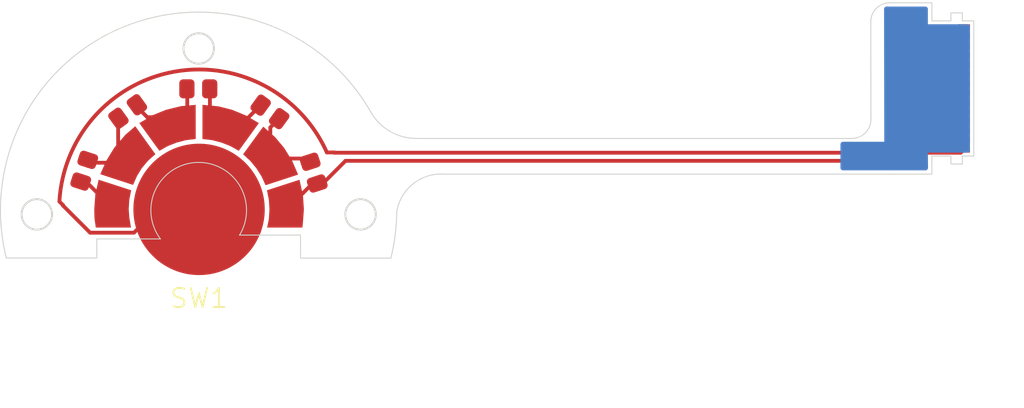
<source format=kicad_pcb>
(kicad_pcb (version 20241229) (generator "pcbnew") (generator_version "9.0")
  (layers (0 "F.Cu" signal) (2 "B.Cu" signal) (13 "F.Paste" user) (15 "B.Paste" user) (5 "F.SilkS" user "F.Silkscreen") (7 "B.SilkS" user "B.Silkscreen") (1 "F.Mask" user) (3 "B.Mask" user) (25 "Edge.Cuts" user))
  (net 0 "")
  (net 1 "Net-(R1-Pad2)")
  (net 2 "Net-(J1-Pin_1)")
  (net 3 "Net-(R2-Pad2)")
  (net 4 "Net-(R3-Pad2)")
  (net 5 "Net-(R4-Pad2)")
  (net 6 "Net-(R5-Pad2)")
  (net 7 "Net-(J1-Pin_2)")
  (footprint "Leica-G9ii:R_2x1mm" (layer "F.Cu") (at 104.77 94.81 -144)
    (property "Reference" "R4" (hide yes))
    (property "Value" "8K")
    (pad "1" smd roundrect (at -0.6 0 216) (size 0.8 1) (layers "F.Cu") (net 4 "Net-(R3-Pad2)"))
    (pad "2" smd roundrect (at 0.6 0 216) (size 0.8 1) (layers "F.Cu") (net 5 "Net-(R4-Pad2)"))
  )
  (footprint "Leica-G9ii:R_2x1mm" (layer "F.Cu") (at 112.24 94.83 144)
    (property "Reference" "R2" (hide yes))
    (property "Value" "2.8K")
    (pad "1" smd roundrect (at -0.6 0 144) (size 0.8 1) (layers "F.Cu") (net 1 "Net-(R1-Pad2)"))
    (pad "2" smd roundrect (at 0.6 0 144) (size 0.8 1) (layers "F.Cu") (net 3 "Net-(R2-Pad2)"))
  )
  (footprint "Leica-G9ii:R_2x1mm" (layer "F.Cu") (at 108.48 93.62 180)
    (property "Reference" "R3" (hide yes))
    (property "Value" "4.8K")
    (pad "1" smd roundrect (at -0.6 0 180) (size 0.8 1) (layers "F.Cu") (net 3 "Net-(R2-Pad2)"))
    (pad "2" smd roundrect (at 0.6 0 180) (size 0.8 1) (layers "F.Cu") (net 4 "Net-(R3-Pad2)"))
  )
  (footprint "Leica-G9ii:R_2x1mm" (layer "F.Cu") (at 102.49 97.92 -108)
    (property "Reference" "R5" (hide yes))
    (property "Value" "R")
    (pad "1" smd roundrect (at -0.6 0 252) (size 0.8 1) (layers "F.Cu") (net 5 "Net-(R4-Pad2)"))
    (pad "2" smd roundrect (at 0.6 0 252) (size 0.8 1) (layers "F.Cu") (net 6 "Net-(R5-Pad2)"))
  )
  (footprint "Leica-G9ii:FPC-2Rows-27Pins-0.5mm" (layer "F.Cu") (at 147 93.6 90)
    (property "Reference" "J1" (hide yes))
    (property "Value" "To PCB")
    (fp_line (start 4.5 0) (end 4.5 -2) (stroke (width 0.05)) (layer "Edge.Cuts"))
    (fp_line (start 3.55 0) (end 4.5 0) (stroke (width 0.05)) (layer "Edge.Cuts"))
    (fp_line (start -4.5 0) (end -4.5 -2) (stroke (width 0.05)) (layer "Edge.Cuts"))
    (fp_line (start -4.5 0) (end -3.55 0) (stroke (width 0.05)) (layer "Edge.Cuts"))
    (fp_line (start 3.55 1) (end 3.55 0) (stroke (width 0.05)) (layer "Edge.Cuts"))
    (fp_line (start 3.55 1) (end 3.97 1) (stroke (width 0.05)) (layer "Edge.Cuts"))
    (fp_line (start -3.55 1) (end -3.55 0) (stroke (width 0.05)) (layer "Edge.Cuts"))
    (fp_line (start -3.97 1) (end -3.55 1) (stroke (width 0.05)) (layer "Edge.Cuts"))
    (fp_line (start 3.97 1.6) (end 3.97 1) (stroke (width 0.05)) (layer "Edge.Cuts"))
    (fp_line (start 3.97 1.6) (end 3.55 1.6) (stroke (width 0.05)) (layer "Edge.Cuts"))
    (fp_line (start -3.97 1.6) (end -3.97 1) (stroke (width 0.05)) (layer "Edge.Cuts"))
    (fp_line (start -3.97 1.6) (end -3.55 1.6) (stroke (width 0.05)) (layer "Edge.Cuts"))
    (fp_line (start 3.55 2.2) (end 3.55 1.6) (stroke (width 0.05)) (layer "Edge.Cuts"))
    (fp_line (start -3.55 2.2) (end -3.55 1.6) (stroke (width 0.05)) (layer "Edge.Cuts"))
    (fp_line (start -3.55 2.2) (end 3.55 2.2) (stroke (width 0.05)) (layer "Edge.Cuts"))
    (pad "1" smd custom (at -3.22 1.67 90) (size 0.3 0.3) (layers "F.Cu" "F.Mask" "F.Paste") (net 2 "Net-(J1-Pin_1)") (clearance 0.07) (options (clearance outline) (anchor rect)) (primitives (gr_poly (pts (xy 0.15 0.33) (xy -0.15 0.33) (xy -0.15 -0.29) (xy -0.07 -0.33) (xy 0.07 -0.33) (xy 0.15 -0.29)) (width 0) (fill yes))))
    (pad "2" smd custom (at -2.972 1 90) (size 0.3 0.3) (layers "F.Cu" "F.Mask" "F.Paste") (net 7 "Net-(J1-Pin_2)") (clearance 0.07) (options (clearance outline) (anchor rect)) (primitives (gr_poly (pts (xy -0.15 -0.23) (xy 0.15 -0.23) (xy 0.15 0.19) (xy 0.07 0.23) (xy -0.07 0.23) (xy -0.15 0.19)) (width 0) (fill yes))))
    (pad "3" smd custom (at -2.724615 1.67 90) (size 0.3 0.3) (layers "F.Cu" "F.Mask" "F.Paste") (clearance 0.07) (options (clearance outline) (anchor rect)) (primitives (gr_poly (pts (xy 0.15 0.33) (xy -0.15 0.33) (xy -0.15 -0.29) (xy -0.07 -0.33) (xy 0.07 -0.33) (xy 0.15 -0.29)) (width 0) (fill yes))))
    (pad "4" smd custom (at -2.476667 1 90) (size 0.3 0.3) (layers "F.Cu" "F.Mask" "F.Paste") (clearance 0.07) (options (clearance outline) (anchor rect)) (primitives (gr_poly (pts (xy -0.15 -0.23) (xy 0.15 -0.23) (xy 0.15 0.19) (xy 0.07 0.23) (xy -0.07 0.23) (xy -0.15 0.19)) (width 0) (fill yes))))
    (pad "5" smd custom (at -2.229231 1.67 90) (size 0.3 0.3) (layers "F.Cu" "F.Mask" "F.Paste") (options (clearance outline) (anchor rect)) (primitives (gr_poly (pts (xy 0.15 0.33) (xy -0.15 0.33) (xy -0.15 -0.29) (xy -0.07 -0.33) (xy 0.07 -0.33) (xy 0.15 -0.29)) (width 0) (fill yes))))
    (pad "6" smd custom (at -1.981333 1 90) (size 0.3 0.3) (layers "F.Cu" "F.Mask" "F.Paste") (clearance 0.1) (options (clearance outline) (anchor rect)) (primitives (gr_poly (pts (xy -0.15 -0.23) (xy 0.15 -0.23) (xy 0.15 0.19) (xy 0.07 0.23) (xy -0.07 0.23) (xy -0.15 0.19)) (width 0) (fill yes))))
    (pad "7" smd custom (at -1.733846 1.67 90) (size 0.3 0.3) (layers "F.Cu" "F.Mask" "F.Paste") (options (clearance outline) (anchor rect)) (primitives (gr_poly (pts (xy 0.15 0.33) (xy -0.15 0.33) (xy -0.15 -0.29) (xy -0.07 -0.33) (xy 0.07 -0.33) (xy 0.15 -0.29)) (width 0) (fill yes))))
    (pad "8" smd custom (at -1.486 1 90) (size 0.3 0.3) (layers "F.Cu" "F.Mask" "F.Paste") (clearance 0.1) (options (clearance outline) (anchor rect)) (primitives (gr_poly (pts (xy -0.15 -0.23) (xy 0.15 -0.23) (xy 0.15 0.19) (xy 0.07 0.23) (xy -0.07 0.23) (xy -0.15 0.19)) (width 0) (fill yes))))
    (pad "9" smd custom (at -1.238462 1.67 90) (size 0.3 0.3) (layers "F.Cu" "F.Mask" "F.Paste") (options (clearance outline) (anchor rect)) (primitives (gr_poly (pts (xy 0.15 0.33) (xy -0.15 0.33) (xy -0.15 -0.29) (xy -0.07 -0.33) (xy 0.07 -0.33) (xy 0.15 -0.29)) (width 0) (fill yes))))
    (pad "10" smd custom (at -0.990667 1 90) (size 0.3 0.3) (layers "F.Cu" "F.Mask" "F.Paste") (clearance 0.1) (options (clearance outline) (anchor rect)) (primitives (gr_poly (pts (xy -0.15 -0.23) (xy 0.15 -0.23) (xy 0.15 0.19) (xy 0.07 0.23) (xy -0.07 0.23) (xy -0.15 0.19)) (width 0) (fill yes))))
    (pad "11" smd custom (at -0.743077 1.67 90) (size 0.3 0.3) (layers "F.Cu" "F.Mask" "F.Paste") (options (clearance outline) (anchor rect)) (primitives (gr_poly (pts (xy 0.15 0.33) (xy -0.15 0.33) (xy -0.15 -0.29) (xy -0.07 -0.33) (xy 0.07 -0.33) (xy 0.15 -0.29)) (width 0) (fill yes))))
    (pad "12" smd custom (at -0.495333 1 90) (size 0.3 0.3) (layers "F.Cu" "F.Mask" "F.Paste") (clearance 0.1) (options (clearance outline) (anchor rect)) (primitives (gr_poly (pts (xy -0.15 -0.23) (xy 0.15 -0.23) (xy 0.15 0.19) (xy 0.07 0.23) (xy -0.07 0.23) (xy -0.15 0.19)) (width 0) (fill yes))))
    (pad "13" smd custom (at -0.247692 1.67 90) (size 0.3 0.3) (layers "F.Cu" "F.Mask" "F.Paste") (options (clearance outline) (anchor rect)) (primitives (gr_poly (pts (xy 0.15 0.33) (xy -0.15 0.33) (xy -0.15 -0.29) (xy -0.07 -0.33) (xy 0.07 -0.33) (xy 0.15 -0.29)) (width 0) (fill yes))))
    (pad "14" smd custom (at 0 1 90) (size 0.3 0.3) (layers "F.Cu" "F.Mask" "F.Paste") (clearance 0.1) (options (clearance outline) (anchor rect)) (primitives (gr_poly (pts (xy -0.15 -0.23) (xy 0.15 -0.23) (xy 0.15 0.19) (xy 0.07 0.23) (xy -0.07 0.23) (xy -0.15 0.19)) (width 0) (fill yes))))
    (pad "15" smd custom (at 0.247692 1.67 90) (size 0.3 0.3) (layers "F.Cu" "F.Mask" "F.Paste") (options (clearance outline) (anchor rect)) (primitives (gr_poly (pts (xy 0.15 0.33) (xy -0.15 0.33) (xy -0.15 -0.29) (xy -0.07 -0.33) (xy 0.07 -0.33) (xy 0.15 -0.29)) (width 0) (fill yes))))
    (pad "16" smd custom (at 0.495333 1 90) (size 0.3 0.3) (layers "F.Cu" "F.Mask" "F.Paste") (clearance 0.1) (options (clearance outline) (anchor rect)) (primitives (gr_poly (pts (xy -0.15 -0.23) (xy 0.15 -0.23) (xy 0.15 0.19) (xy 0.07 0.23) (xy -0.07 0.23) (xy -0.15 0.19)) (width 0) (fill yes))))
    (pad "17" smd custom (at 0.743077 1.67 90) (size 0.3 0.3) (layers "F.Cu" "F.Mask" "F.Paste") (options (clearance outline) (anchor rect)) (primitives (gr_poly (pts (xy 0.15 0.33) (xy -0.15 0.33) (xy -0.15 -0.29) (xy -0.07 -0.33) (xy 0.07 -0.33) (xy 0.15 -0.29)) (width 0) (fill yes))))
    (pad "18" smd custom (at 0.990667 1 90) (size 0.3 0.3) (layers "F.Cu" "F.Mask" "F.Paste") (clearance 0.1) (options (clearance outline) (anchor rect)) (primitives (gr_poly (pts (xy -0.15 -0.23) (xy 0.15 -0.23) (xy 0.15 0.19) (xy 0.07 0.23) (xy -0.07 0.23) (xy -0.15 0.19)) (width 0) (fill yes))))
    (pad "19" smd custom (at 1.238462 1.67 90) (size 0.3 0.3) (layers "F.Cu" "F.Mask" "F.Paste") (options (clearance outline) (anchor rect)) (primitives (gr_poly (pts (xy 0.15 0.33) (xy -0.15 0.33) (xy -0.15 -0.29) (xy -0.07 -0.33) (xy 0.07 -0.33) (xy 0.15 -0.29)) (width 0) (fill yes))))
    (pad "20" smd custom (at 1.486 1 90) (size 0.3 0.3) (layers "F.Cu" "F.Mask" "F.Paste") (clearance 0.1) (options (clearance outline) (anchor rect)) (primitives (gr_poly (pts (xy -0.15 -0.23) (xy 0.15 -0.23) (xy 0.15 0.19) (xy 0.07 0.23) (xy -0.07 0.23) (xy -0.15 0.19)) (width 0) (fill yes))))
    (pad "21" smd custom (at 1.733846 1.67 90) (size 0.3 0.3) (layers "F.Cu" "F.Mask" "F.Paste") (options (clearance outline) (anchor rect)) (primitives (gr_poly (pts (xy 0.15 0.33) (xy -0.15 0.33) (xy -0.15 -0.29) (xy -0.07 -0.33) (xy 0.07 -0.33) (xy 0.15 -0.29)) (width 0) (fill yes))))
    (pad "22" smd custom (at 1.981333 1 90) (size 0.3 0.3) (layers "F.Cu" "F.Mask" "F.Paste") (clearance 0.1) (options (clearance outline) (anchor rect)) (primitives (gr_poly (pts (xy -0.15 -0.23) (xy 0.15 -0.23) (xy 0.15 0.19) (xy 0.07 0.23) (xy -0.07 0.23) (xy -0.15 0.19)) (width 0) (fill yes))))
    (pad "23" smd custom (at 2.229231 1.67 90) (size 0.3 0.3) (layers "F.Cu" "F.Mask" "F.Paste") (options (clearance outline) (anchor rect)) (primitives (gr_poly (pts (xy 0.15 0.33) (xy -0.15 0.33) (xy -0.15 -0.29) (xy -0.07 -0.33) (xy 0.07 -0.33) (xy 0.15 -0.29)) (width 0) (fill yes))))
    (pad "24" smd custom (at 2.476667 1 90) (size 0.3 0.3) (layers "F.Cu" "F.Mask" "F.Paste") (clearance 0.1) (options (clearance outline) (anchor rect)) (primitives (gr_poly (pts (xy -0.15 -0.23) (xy 0.15 -0.23) (xy 0.15 0.19) (xy 0.07 0.23) (xy -0.07 0.23) (xy -0.15 0.19)) (width 0) (fill yes))))
    (pad "25" smd custom (at 2.724615 1.67 90) (size 0.3 0.3) (layers "F.Cu" "F.Mask" "F.Paste") (options (clearance outline) (anchor rect)) (primitives (gr_poly (pts (xy 0.15 0.33) (xy -0.15 0.33) (xy -0.15 -0.29) (xy -0.07 -0.33) (xy 0.07 -0.33) (xy 0.15 -0.29)) (width 0) (fill yes))))
    (pad "26" smd custom (at 2.972 1 90) (size 0.3 0.3) (layers "F.Cu" "F.Mask" "F.Paste") (clearance 0.1) (options (clearance outline) (anchor rect)) (primitives (gr_poly (pts (xy -0.15 -0.23) (xy 0.15 -0.23) (xy 0.15 0.19) (xy 0.07 0.23) (xy -0.07 0.23) (xy -0.15 0.19)) (width 0) (fill yes))))
    (pad "27" smd custom (at 3.22 1.67 90) (size 0.3 0.3) (layers "F.Cu" "F.Mask" "F.Paste") (options (clearance outline) (anchor rect)) (primitives (gr_poly (pts (xy 0.15 0.33) (xy -0.15 0.33) (xy -0.15 -0.29) (xy -0.07 -0.33) (xy 0.07 -0.33) (xy 0.15 -0.29)) (width 0) (fill yes))))
  )
  (footprint "Leica-G9ii:R_2x1mm" (layer "F.Cu") (at 114.54 98.02 108)
    (property "Reference" "R1" (hide yes))
    (property "Value" "1.8K")
    (pad "1" smd roundrect (at -0.6 0 108) (size 0.8 1) (layers "F.Cu") (net 2 "Net-(J1-Pin_1)"))
    (pad "2" smd roundrect (at 0.6 0 108) (size 0.8 1) (layers "F.Cu") (net 1 "Net-(R1-Pad2)"))
  )
  (footprint "Leica-G9ii:Switch_Driving_Modes" (layer "F.Cu") (at 108.52 99.95)
    (property "Reference" "SW1" (at -0.01 4.67 0) (layer "F.SilkS") (effects (font (thickness 0.1))))
    (property "Value" "SW_Rotary_1x6_MP")
    (pad "1" smd custom (at 4.6 0 180) (size 1.8 1.8) (layers "F.Cu" "F.Mask" "F.Paste") (net 2 "Net-(J1-Pin_1)") (clearance 0.14) (options (clearance outline) (anchor circle)) (primitives (gr_poly (pts (xy 0.9 0) (xy 0.93 -0.5) (xy 1.02 -0.95) (xy -0.82 -0.95) (xy -0.84 -0.8) (xy -0.9 0) (xy -0.85 0.74) (xy -0.67 1.55) (xy 1.03 1) (xy 0.93 0.5)) (width 0.01) (fill yes))))
    (pad "2" smd custom (at 3.74 -2.69 216) (size 1.8 1.8) (layers "F.Cu" "F.Mask" "F.Paste") (net 1 "Net-(R1-Pad2)") (clearance 0.14) (options (clearance outline) (anchor circle)) (primitives (gr_poly (pts (xy 0.9 0) (xy 0.93 -0.5) (xy 1.03 -1) (xy -0.67 -1.55) (xy -0.84 -0.8) (xy -0.9 0) (xy -0.85 0.74) (xy -0.67 1.55) (xy 1.03 1) (xy 0.93 0.5)) (width 0.01) (fill yes))))
    (pad "3" smd custom (at 1.45 -4.37 252) (size 1.8 1.8) (layers "F.Cu" "F.Mask" "F.Paste") (net 3 "Net-(R2-Pad2)") (clearance 0.14) (options (clearance outline) (anchor circle)) (primitives (gr_poly (pts (xy 0.9 0) (xy 0.93 -0.5) (xy 1.03 -1) (xy -0.67 -1.55) (xy -0.84 -0.8) (xy -0.9 0) (xy -0.85 0.74) (xy -0.67 1.55) (xy 1.03 1) (xy 0.93 0.5)) (width 0.01) (fill yes))))
    (pad "4" smd custom (at -1.45 -4.37 288) (size 1.8 1.8) (layers "F.Cu" "F.Mask" "F.Paste") (net 4 "Net-(R3-Pad2)") (clearance 0.14) (options (clearance outline) (anchor circle)) (primitives (gr_poly (pts (xy 0.9 0) (xy 0.93 -0.5) (xy 1.03 -1) (xy -0.67 -1.55) (xy -0.84 -0.8) (xy -0.9 0) (xy -0.85 0.74) (xy -0.67 1.55) (xy 1.03 1) (xy 0.93 0.5)) (width 0.01) (fill yes))))
    (pad "5" smd custom (at -3.74 -2.69) (size 1.8 1.8) (layers "F.Cu" "F.Mask" "F.Paste") (net 5 "Net-(R4-Pad2)") (clearance 0.14) (options (clearance outline) (anchor circle)) (primitives (gr_poly (pts (xy 0.73 0.52) (xy 1.06 0.13) (xy 1.44 -0.21) (xy 0.39 -1.67) (xy -0.12 -1.23) (xy -0.7 -0.56) (xy -1.13 0.14) (xy -1.44 0.84) (xy 0.27 1.4) (xy 0.48 0.93)) (width 0.01) (fill yes))))
    (pad "6" smd custom (at -4.6 0) (size 1.8 1.8) (layers "F.Cu" "F.Mask" "F.Paste") (net 6 "Net-(R5-Pad2)") (clearance 0.14) (options (clearance outline) (anchor circle)) (primitives (gr_poly (pts (xy 0.9 0) (xy 0.93 -0.5) (xy 1.03 -1) (xy -0.67 -1.55) (xy -0.84 -0.8) (xy -0.9 0) (xy -0.89 0.44) (xy -0.82 0.95) (xy 1.02 0.95) (xy 0.93 0.41)) (width 0.01) (fill yes))))
    (pad "7" smd circle (at 0 0) (size 6.9 6.9) (layers "F.Cu" "F.Mask" "F.Paste") (net 7 "Net-(J1-Pin_2)"))
    (pad "7" smd circle (at 2.77 1.03) (size 1 1) (layers "F.Cu" "F.Mask" "F.Paste") (net 7 "Net-(J1-Pin_2)") (clearance 0.1))
  )
  (gr_arc (start 101.185621 99.536369) (mid 107.194526 92.724536) (end 115.23 96.96) (stroke (width 0.2)) (layer "F.Cu") (net 7))
  (gr_arc (start 106.49 101.5) (mid 108.380646 97.486841) (end 110.643829 101.302335) (stroke (width 0.05)) (layer "Edge.Cuts"))
  (gr_line (start 110.64 101.3) (end 113.847697 101.3) (stroke (width 0.05)) (layer "Edge.Cuts"))
  (gr_line (start 103.15 102.5) (end 98.4 102.5) (stroke (width 0.05)) (layer "Edge.Cuts"))
  (gr_arc (start 118.897962 100.15) (mid 118.812073 101.337679) (end 118.590972 102.507753) (stroke (width 0.05)) (layer "Edge.Cuts"))
  (gr_line (start 103.15 101.5) (end 103.15 102.5) (stroke (width 0.05)) (layer "Edge.Cuts"))
  (gr_circle (center 117 100.213) (end 117.8 100.213) (stroke (width 0.1)) (fill no) (layer "Edge.Cuts"))
  (gr_circle (center 100 100.213) (end 100.8 100.213) (stroke (width 0.1)) (fill no) (layer "Edge.Cuts"))
  (gr_arc (start 143.791405 90.101404) (mid 144.083801 89.39339) (end 144.791404 89.1) (stroke (width 0.05)) (layer "Edge.Cuts"))
  (gr_arc (start 118.89 100.15) (mid 119.717627 98.640646) (end 121.351221 98.097981) (stroke (width 0.05)) (layer "Edge.Cuts"))
  (gr_line (start 106.49 101.5) (end 103.15 101.5) (stroke (width 0.05)) (layer "Edge.Cuts"))
  (gr_line (start 113.85 102.51) (end 118.6 102.51) (stroke (width 0.05)) (layer "Edge.Cuts"))
  (gr_line (start 121.3503 98.1) (end 145 98.1) (stroke (width 0.05)) (layer "Edge.Cuts"))
  (gr_line (start 143.791405 90.101404) (end 143.798594 95.223596) (stroke (width 0.05)) (layer "Edge.Cuts"))
  (gr_arc (start 143.798594 95.223596) (mid 143.506198 95.93161) (end 142.798595 96.225) (stroke (width 0.05)) (layer "Edge.Cuts"))
  (gr_circle (center 108.5 91.5) (end 109.3 91.5) (stroke (width 0.1)) (fill no) (layer "Edge.Cuts"))
  (gr_arc (start 119.920546 96.223211) (mid 118.54 95.85) (end 117.535537 94.832037) (stroke (width 0.05)) (layer "Edge.Cuts"))
  (gr_line (start 119.920546 96.225) (end 142.798595 96.225) (stroke (width 0.05)) (layer "Edge.Cuts"))
  (gr_arc (start 98.396239 102.500927) (mid 104.628925 90.33794) (end 117.535537 94.832826) (stroke (width 0.05)) (layer "Edge.Cuts"))
  (gr_line (start 145 89.1) (end 144.791404 89.1) (stroke (width 0.05)) (layer "Edge.Cuts"))
  (gr_line (start 113.847697 101.3) (end 113.85 102.51) (stroke (width 0.05)) (layer "Edge.Cuts"))
  (segment (start 112.26 95.648081) (end 112.72541 95.182671) (width 0.2) (layer "F.Cu") (net 1))
  (segment (start 112.26 97.26) (end 112.26 95.648081) (width 0.2) (layer "F.Cu") (net 1))
  (segment (start 112.28 97.28) (end 114.185224 97.28) (width 0.2) (layer "F.Cu") (net 1))
  (segment (start 112.36 97.26) (end 112.777547 97.677547) (width 0.2) (layer "F.Cu") (net 1))
  (segment (start 112.72541 95.182671) (end 112.528465 95.182671) (width 0.2) (layer "F.Cu") (net 1))
  (segment (start 112.26 97.26) (end 112.28 97.28) (width 0.2) (layer "F.Cu") (net 1))
  (segment (start 112.26 97.26) (end 112.36 97.26) (width 0.2) (layer "F.Cu") (net 1))
  (segment (start 114.185224 97.28) (end 114.35459 97.449366) (width 0.2) (layer "F.Cu") (net 1))
  (segment (start 148.67 96.82) (end 148.515 96.975) (width 0.2) (layer "F.Cu") (net 2))
  (segment (start 113.12 99.95) (end 114.479366 98.590634) (width 0.2) (layer "F.Cu") (net 2))
  (segment (start 114.479366 98.590634) (end 114.72541 98.590634) (width 0.2) (layer "F.Cu") (net 2))
  (segment (start 146.02 97.4) (end 116.21 97.4) (width 0.2) (layer "F.Cu") (net 2))
  (segment (start 116.21 97.4) (end 115.019366 98.590634) (width 0.2) (layer "F.Cu") (net 2))
  (segment (start 148.515 96.975) (end 146.445 96.975) (width 0.2) (layer "F.Cu") (net 2))
  (segment (start 114.523886 98.38911) (end 114.523886 98.379338) (width 0.2) (layer "F.Cu") (net 2))
  (segment (start 115.019366 98.590634) (end 114.72541 98.590634) (width 0.2) (layer "F.Cu") (net 2))
  (segment (start 146.445 96.975) (end 146.02 97.4) (width 0.2) (layer "F.Cu") (net 2))
  (segment (start 110.651919 95.58) (end 111.75459 94.477329) (width 0.2) (layer "F.Cu") (net 3))
  (segment (start 109.09 94.7) (end 109.09 93.63) (width 0.2) (layer "F.Cu") (net 3))
  (segment (start 109.97 95.58) (end 110.651919 95.58) (width 0.2) (layer "F.Cu") (net 3))
  (segment (start 111.75459 94.482329) (end 111.68959 94.547329) (width 0.2) (layer "F.Cu") (net 3))
  (segment (start 109.97 95.58) (end 109.09 94.7) (width 0.2) (layer "F.Cu") (net 3))
  (segment (start 109.09 93.63) (end 109.08 93.62) (width 0.2) (layer "F.Cu") (net 3))
  (segment (start 111.75459 94.477329) (end 111.75459 94.482329) (width 0.2) (layer "F.Cu") (net 3))
  (segment (start 109.97 95.58) (end 110.01 95.58) (width 0.2) (layer "F.Cu") (net 3))
  (segment (start 105.8 95.11) (end 106.6 95.11) (width 0.2) (layer "F.Cu") (net 4))
  (segment (start 107.07 95.58) (end 107.9 94.75) (width 0.2) (layer "F.Cu") (net 4))
  (segment (start 107.9 94.75) (end 107.9 93.64) (width 0.2) (layer "F.Cu") (net 4))
  (segment (start 105.398081 94.708081) (end 105.8 95.11) (width 0.2) (layer "F.Cu") (net 4))
  (segment (start 107.9 93.64) (end 107.88 93.62) (width 0.2) (layer "F.Cu") (net 4))
  (segment (start 106.6 95.11) (end 106.801299 95.311299) (width 0.2) (layer "F.Cu") (net 4))
  (segment (start 105.398081 94.6) (end 105.398081 94.708081) (width 0.2) (layer "F.Cu") (net 4))
  (segment (start 105.25541 94.457329) (end 105.398081 94.6) (width 0.2) (layer "F.Cu") (net 4))
  (segment (start 104.54 97.5) (end 102.848044 97.5) (width 0.2) (layer "F.Cu") (net 5))
  (segment (start 104.27 96.75) (end 104.27 95.177261) (width 0.2) (layer "F.Cu") (net 5))
  (segment (start 104.398398 95.265267) (end 104.562978 95.100687) (width 0.2) (layer "F.Cu") (net 5))
  (segment (start 104.28459 95.162671) (end 104.387186 95.265267) (width 0.2) (layer "F.Cu") (net 5))
  (segment (start 102.848044 97.5) (end 102.680496 97.667548) (width 0.2) (layer "F.Cu") (net 5))
  (segment (start 104.387186 95.265267) (end 104.398398 95.265267) (width 0.2) (layer "F.Cu") (net 5))
  (segment (start 104.78 97.26) (end 104.27 96.75) (width 0.2) (layer "F.Cu") (net 5))
  (segment (start 104.27 95.177261) (end 104.28459 95.162671) (width 0.2) (layer "F.Cu") (net 5))
  (segment (start 104.78 97.26) (end 104.54 97.5) (width 0.2) (layer "F.Cu") (net 5))
  (segment (start 103.92 99.95) (end 103.92 99.83) (width 0.2) (layer "F.Cu") (net 6))
  (segment (start 102.482726 98.392726) (end 102.482726 98.276224) (width 0.2) (layer "F.Cu") (net 6))
  (segment (start 103.92 99.83) (end 102.482726 98.392726) (width 0.2) (layer "F.Cu") (net 6))
  (segment (start 147.998 96.57) (end 146.25 96.57) (width 0.2) (layer "F.Cu") (net 7))
  (segment (start 105.886028 98.913057) (end 105.886028 100.388972) (width 0.2) (layer "F.Cu") (net 7))
  (segment (start 105.78 101) (end 105.625 101.155) (width 0.2) (layer "F.Cu") (net 7))
  (segment (start 105.886028 100.388972) (end 105.1 101.175) (width 0.2) (layer "F.Cu") (net 7))
  (segment (start 107.413208 97.385877) (end 105.886028 98.913057) (width 0.2) (layer "F.Cu") (net 7))
  (segment (start 101.375 99.75) (end 101.375 99.725748) (width 0.2) (layer "F.Cu") (net 7))
  (segment (start 148 96.572) (end 147.998 96.57) (width 0.2) (layer "F.Cu") (net 7))
  (segment (start 108.51 99.97) (end 108.5 99.97) (width 0.2) (layer "F.Cu") (net 7))
  (segment (start 145.845 96.975) (end 146.25 96.57) (width 0.2) (layer "F.Cu") (net 7))
  (segment (start 111.29 100.98) (end 111.29 99.089085) (width 0.2) (layer "F.Cu") (net 7))
  (segment (start 105.1 101.175) (end 102.8 101.175) (width 0.2) (layer "F.Cu") (net 7))
  (segment (start 115.23 96.96) (end 115.61 96.96) (width 0.2) (layer "F.Cu") (net 7))
  (segment (start 111.29 99.089085) (end 109.586792 97.385877) (width 0.2) (layer "F.Cu") (net 7))
  (segment (start 115.61 96.96) (end 115.625 96.975) (width 0.2) (layer "F.Cu") (net 7))
  (segment (start 101.375 99.725748) (end 101.185621 99.536369) (width 0.2) (layer "F.Cu") (net 7))
  (segment (start 115.625 96.975) (end 145.845 96.975) (width 0.2) (layer "F.Cu") (net 7))
  (segment (start 102.8 101.175) (end 101.375 99.75) (width 0.2) (layer "F.Cu") (net 7))
  (segment (start 109.586792 97.385877) (end 107.413208 97.385877) (width 0.2) (layer "F.Cu") (net 7))
  (zone (net 0) (net_name "") (layer "B.Cu") (connect_pads (clearance 0.5)) (min_thickness 0.25) (fill yes (thermal_gap 0.5) (thermal_bridge_width 0.5) (island_removal_mode 1) (island_area_min 10))
    (polygon (pts (xy 149 90.23) (xy 149 96.97) (xy 146.79 96.97) (xy 146.8 97.9) (xy 142.2 97.9) (xy 142.2 96.4) (xy 144.5 96.4) (xy 144.49 89.3) (xy 146.79 89.3) (xy 146.79 90.23)))
  )
)
</source>
